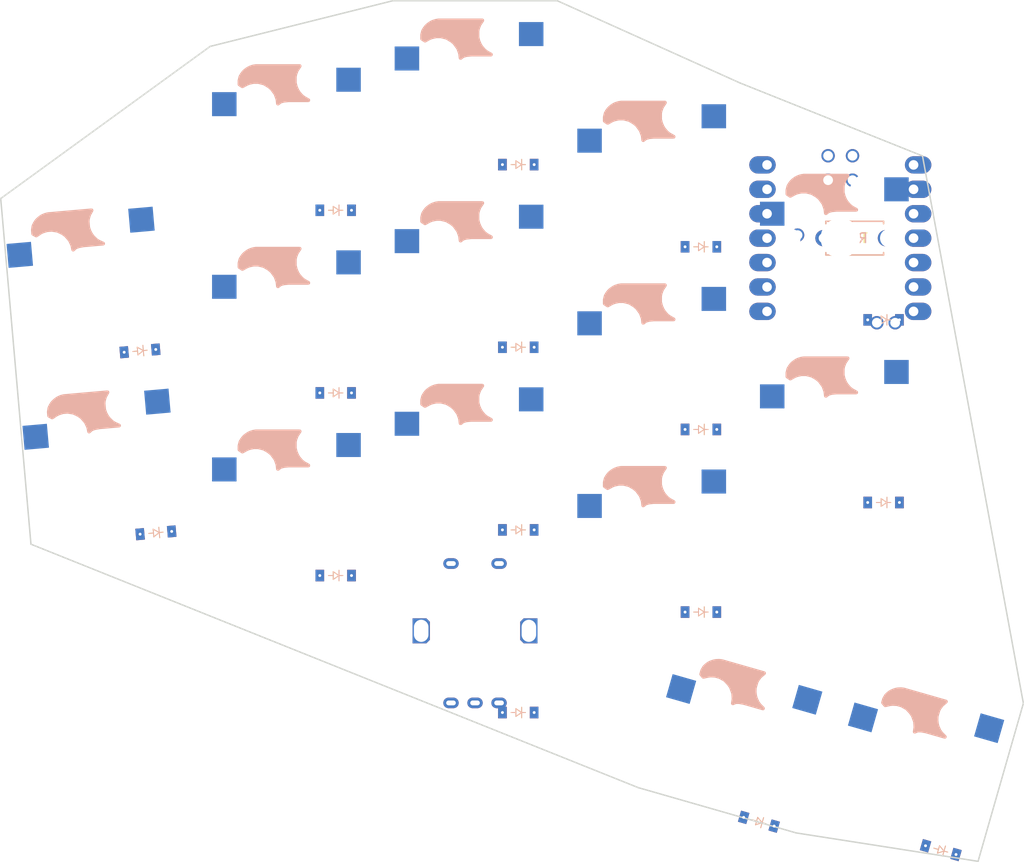
<source format=kicad_pcb>
(kicad_pcb (version 20240108) (generator "ergogen") (generator_version "4.1.0")
  (title_block (title "ravine_v1") (date "2025-08-31") (rev "v1.0.0") (company "zakwaykway"))
  (layers (0 "F.Cu" signal) (31 "B.Cu" signal) (34 "B.Paste" user) (35 "F.Paste" user) (36 "B.SilkS" user "B.Silkscreen") (37 "F.SilkS" user "F.Silkscreen") (38 "B.Mask" user) (39 "F.Mask" user) (44 "Edge.Cuts" user))
  (net 0 "")
  (net 1 "P2")
  (net 2 "pinky_home")
  (net 3 "GND")
  (net 4 "D1")
  (net 5 "D2")
  (net 6 "P3")
  (net 7 "pinky_top")
  (net 8 "P0")
  (net 9 "ring_bottom")
  (net 10 "ring_home")
  (net 11 "ring_top")
  (net 12 "middle_bottom")
  (net 13 "middle_home")
  (net 14 "middle_top")
  (net 15 "index_bottom")
  (net 16 "index_home")
  (net 17 "index_top")
  (net 18 "inner_home")
  (net 19 "inner_top")
  (net 20 "tucky_default")
  (net 21 "reachy_default")
  (net 22 "P4")
  (net 23 "P5")
  (net 24 "P6")
  (net 25 "P7")
  (net 26 "P8")
  (net 27 "P9")
  (net 28 "P1")
  (net 29 "RAW5V")
  (net 30 "RAW3V3")
  (net 31 "P10")
  (net 32 "SWCLK")
  (net 33 "SWDIO")
  (net 34 "RST")
  (net 35 "BAT_POS")
  (net 36 "BAT_NEG")
  (net 37 "NFC0")
  (net 38 "NFC1")
  (footprint "ceoloide:switch_mx" (layer "B.Cu") (at 173.859005 151.423401 5)
    (property "Reference" "S1" hide)
    (pad "" np_thru_hole circle (at 0 0 5) (size 4.1 4.1) (drill 4.1) (layers "*.Cu" "*.Mask"))
    (pad "" np_thru_hole circle (at 5.08 0 5) (size 1.9 1.9) (drill 1.9) (layers "*.Cu" "*.Mask"))
    (pad "" np_thru_hole circle (at -5.08 0 5) (size 1.9 1.9) (drill 1.9) (layers "*.Cu" "*.Mask"))
    (pad "" np_thru_hole circle (at 2.54 -5.08 180) (size 3 3) (drill 3) (layers "F&B.Cu" "*.Mask"))
    (pad "" np_thru_hole circle (at -3.81 -2.54 180) (size 3 3) (drill 3) (layers "F&B.Cu" "*.Mask"))
    (pad "1" smd rect (at -7.085 -2.54 5) (size 2.55 2.5) (layers "B.Cu" "B.Paste" "B.Mask") (net 1 "P2"))
    (pad "2" smd rect (at 5.842 -5.08 5) (size 2.55 2.5) (layers "B.Cu" "B.Paste" "B.Mask") (net 2 "pinky_home"))
  )
  (footprint "ceoloide:switch_mx" (layer "B.Cu") (at 172.2030459 132.4957018 5)
    (property "Reference" "S2" hide)
    (pad "" np_thru_hole circle (at 0 0 5) (size 4.1 4.1) (drill 4.1) (layers "*.Cu" "*.Mask"))
    (pad "" np_thru_hole circle (at 5.08 0 5) (size 1.9 1.9) (drill 1.9) (layers "*.Cu" "*.Mask"))
    (pad "" np_thru_hole circle (at -5.08 0 5) (size 1.9 1.9) (drill 1.9) (layers "*.Cu" "*.Mask"))
    (pad "" np_thru_hole circle (at 2.54 -5.08 180) (size 3 3) (drill 3) (layers "F&B.Cu" "*.Mask"))
    (pad "" np_thru_hole circle (at -3.81 -2.54 180) (size 3 3) (drill 3) (layers "F&B.Cu" "*.Mask"))
    (pad "1" smd rect (at -7.085 -2.54 5) (size 2.55 2.5) (layers "B.Cu" "B.Paste" "B.Mask") (net 6 "P3"))
    (pad "2" smd rect (at 5.842 -5.08 5) (size 2.55 2.5) (layers "B.Cu" "B.Paste" "B.Mask") (net 7 "pinky_top"))
  )
  (footprint "ceoloide:switch_mx" (layer "B.Cu") (at 193.283492 155.4457517 0)
    (property "Reference" "S3" hide)
    (pad "" np_thru_hole circle (at 0 0 0) (size 4.1 4.1) (drill 4.1) (layers "*.Cu" "*.Mask"))
    (pad "" np_thru_hole circle (at 5.08 0 0) (size 1.9 1.9) (drill 1.9) (layers "*.Cu" "*.Mask"))
    (pad "" np_thru_hole circle (at -5.08 0 0) (size 1.9 1.9) (drill 1.9) (layers "*.Cu" "*.Mask"))
    (pad "" np_thru_hole circle (at 2.54 -5.08 180) (size 3 3) (drill 3) (layers "F&B.Cu" "*.Mask"))
    (pad "" np_thru_hole circle (at -3.81 -2.54 180) (size 3 3) (drill 3) (layers "F&B.Cu" "*.Mask"))
    (pad "1" smd rect (at -7.085 -2.54 0) (size 2.55 2.5) (layers "B.Cu" "B.Paste" "B.Mask") (net 8 "P0"))
    (pad "2" smd rect (at 5.842 -5.08 0) (size 2.55 2.5) (layers "B.Cu" "B.Paste" "B.Mask") (net 9 "ring_bottom"))
  )
  (footprint "ceoloide:switch_mx" (layer "B.Cu") (at 193.283492 136.4457517 0)
    (property "Reference" "S4" hide)
    (pad "" np_thru_hole circle (at 0 0 0) (size 4.1 4.1) (drill 4.1) (layers "*.Cu" "*.Mask"))
    (pad "" np_thru_hole circle (at 5.08 0 0) (size 1.9 1.9) (drill 1.9) (layers "*.Cu" "*.Mask"))
    (pad "" np_thru_hole circle (at -5.08 0 0) (size 1.9 1.9) (drill 1.9) (layers "*.Cu" "*.Mask"))
    (pad "" np_thru_hole circle (at 2.54 -5.08 180) (size 3 3) (drill 3) (layers "F&B.Cu" "*.Mask"))
    (pad "" np_thru_hole circle (at -3.81 -2.54 180) (size 3 3) (drill 3) (layers "F&B.Cu" "*.Mask"))
    (pad "1" smd rect (at -7.085 -2.54 0) (size 2.55 2.5) (layers "B.Cu" "B.Paste" "B.Mask") (net 1 "P2"))
    (pad "2" smd rect (at 5.842 -5.08 0) (size 2.55 2.5) (layers "B.Cu" "B.Paste" "B.Mask") (net 10 "ring_home"))
  )
  (footprint "ceoloide:switch_mx" (layer "B.Cu") (at 193.283492 117.4457516 0)
    (property "Reference" "S5" hide)
    (pad "" np_thru_hole circle (at 0 0 0) (size 4.1 4.1) (drill 4.1) (layers "*.Cu" "*.Mask"))
    (pad "" np_thru_hole circle (at 5.08 0 0) (size 1.9 1.9) (drill 1.9) (layers "*.Cu" "*.Mask"))
    (pad "" np_thru_hole circle (at -5.08 0 0) (size 1.9 1.9) (drill 1.9) (layers "*.Cu" "*.Mask"))
    (pad "" np_thru_hole circle (at 2.54 -5.08 180) (size 3 3) (drill 3) (layers "F&B.Cu" "*.Mask"))
    (pad "" np_thru_hole circle (at -3.81 -2.54 180) (size 3 3) (drill 3) (layers "F&B.Cu" "*.Mask"))
    (pad "1" smd rect (at -7.085 -2.54 0) (size 2.55 2.5) (layers "B.Cu" "B.Paste" "B.Mask") (net 6 "P3"))
    (pad "2" smd rect (at 5.842 -5.08 0) (size 2.55 2.5) (layers "B.Cu" "B.Paste" "B.Mask") (net 11 "ring_top"))
  )
  (footprint "ceoloide:switch_mx" (layer "B.Cu") (at 212.2834919 150.6957517 0)
    (property "Reference" "S6" hide)
    (pad "" np_thru_hole circle (at 0 0 0) (size 4.1 4.1) (drill 4.1) (layers "*.Cu" "*.Mask"))
    (pad "" np_thru_hole circle (at 5.08 0 0) (size 1.9 1.9) (drill 1.9) (layers "*.Cu" "*.Mask"))
    (pad "" np_thru_hole circle (at -5.08 0 0) (size 1.9 1.9) (drill 1.9) (layers "*.Cu" "*.Mask"))
    (pad "" np_thru_hole circle (at 2.54 -5.08 180) (size 3 3) (drill 3) (layers "F&B.Cu" "*.Mask"))
    (pad "" np_thru_hole circle (at -3.81 -2.54 180) (size 3 3) (drill 3) (layers "F&B.Cu" "*.Mask"))
    (pad "1" smd rect (at -7.085 -2.54 0) (size 2.55 2.5) (layers "B.Cu" "B.Paste" "B.Mask") (net 8 "P0"))
    (pad "2" smd rect (at 5.842 -5.08 0) (size 2.55 2.5) (layers "B.Cu" "B.Paste" "B.Mask") (net 12 "middle_bottom"))
  )
  (footprint "ceoloide:switch_mx" (layer "B.Cu") (at 212.2834919 131.6957517 0)
    (property "Reference" "S7" hide)
    (pad "" np_thru_hole circle (at 0 0 0) (size 4.1 4.1) (drill 4.1) (layers "*.Cu" "*.Mask"))
    (pad "" np_thru_hole circle (at 5.08 0 0) (size 1.9 1.9) (drill 1.9) (layers "*.Cu" "*.Mask"))
    (pad "" np_thru_hole circle (at -5.08 0 0) (size 1.9 1.9) (drill 1.9) (layers "*.Cu" "*.Mask"))
    (pad "" np_thru_hole circle (at 2.54 -5.08 180) (size 3 3) (drill 3) (layers "F&B.Cu" "*.Mask"))
    (pad "" np_thru_hole circle (at -3.81 -2.54 180) (size 3 3) (drill 3) (layers "F&B.Cu" "*.Mask"))
    (pad "1" smd rect (at -7.085 -2.54 0) (size 2.55 2.5) (layers "B.Cu" "B.Paste" "B.Mask") (net 1 "P2"))
    (pad "2" smd rect (at 5.842 -5.08 0) (size 2.55 2.5) (layers "B.Cu" "B.Paste" "B.Mask") (net 13 "middle_home"))
  )
  (footprint "ceoloide:switch_mx" (layer "B.Cu") (at 212.2834919 112.6957516 0)
    (property "Reference" "S8" hide)
    (pad "" np_thru_hole circle (at 0 0 0) (size 4.1 4.1) (drill 4.1) (layers "*.Cu" "*.Mask"))
    (pad "" np_thru_hole circle (at 5.08 0 0) (size 1.9 1.9) (drill 1.9) (layers "*.Cu" "*.Mask"))
    (pad "" np_thru_hole circle (at -5.08 0 0) (size 1.9 1.9) (drill 1.9) (layers "*.Cu" "*.Mask"))
    (pad "" np_thru_hole circle (at 2.54 -5.08 180) (size 3 3) (drill 3) (layers "F&B.Cu" "*.Mask"))
    (pad "" np_thru_hole circle (at -3.81 -2.54 180) (size 3 3) (drill 3) (layers "F&B.Cu" "*.Mask"))
    (pad "1" smd rect (at -7.085 -2.54 0) (size 2.55 2.5) (layers "B.Cu" "B.Paste" "B.Mask") (net 6 "P3"))
    (pad "2" smd rect (at 5.842 -5.08 0) (size 2.55 2.5) (layers "B.Cu" "B.Paste" "B.Mask") (net 14 "middle_top"))
  )
  (footprint "ceoloide:switch_mx" (layer "B.Cu") (at 231.283492 159.2457517 0)
    (property "Reference" "S9" hide)
    (pad "" np_thru_hole circle (at 0 0 0) (size 4.1 4.1) (drill 4.1) (layers "*.Cu" "*.Mask"))
    (pad "" np_thru_hole circle (at 5.08 0 0) (size 1.9 1.9) (drill 1.9) (layers "*.Cu" "*.Mask"))
    (pad "" np_thru_hole circle (at -5.08 0 0) (size 1.9 1.9) (drill 1.9) (layers "*.Cu" "*.Mask"))
    (pad "" np_thru_hole circle (at 2.54 -5.08 180) (size 3 3) (drill 3) (layers "F&B.Cu" "*.Mask"))
    (pad "" np_thru_hole circle (at -3.81 -2.54 180) (size 3 3) (drill 3) (layers "F&B.Cu" "*.Mask"))
    (pad "1" smd rect (at -7.085 -2.54 0) (size 2.55 2.5) (layers "B.Cu" "B.Paste" "B.Mask") (net 8 "P0"))
    (pad "2" smd rect (at 5.842 -5.08 0) (size 2.55 2.5) (layers "B.Cu" "B.Paste" "B.Mask") (net 15 "index_bottom"))
  )
  (footprint "ceoloide:switch_mx" (layer "B.Cu") (at 231.283492 140.2457517 0)
    (property "Reference" "S10" hide)
    (pad "" np_thru_hole circle (at 0 0 0) (size 4.1 4.1) (drill 4.1) (layers "*.Cu" "*.Mask"))
    (pad "" np_thru_hole circle (at 5.08 0 0) (size 1.9 1.9) (drill 1.9) (layers "*.Cu" "*.Mask"))
    (pad "" np_thru_hole circle (at -5.08 0 0) (size 1.9 1.9) (drill 1.9) (layers "*.Cu" "*.Mask"))
    (pad "" np_thru_hole circle (at 2.54 -5.08 180) (size 3 3) (drill 3) (layers "F&B.Cu" "*.Mask"))
    (pad "" np_thru_hole circle (at -3.81 -2.54 180) (size 3 3) (drill 3) (layers "F&B.Cu" "*.Mask"))
    (pad "1" smd rect (at -7.085 -2.54 0) (size 2.55 2.5) (layers "B.Cu" "B.Paste" "B.Mask") (net 1 "P2"))
    (pad "2" smd rect (at 5.842 -5.08 0) (size 2.55 2.5) (layers "B.Cu" "B.Paste" "B.Mask") (net 16 "index_home"))
  )
  (footprint "ceoloide:switch_mx" (layer "B.Cu") (at 231.283492 121.2457517 0)
    (property "Reference" "S11" hide)
    (pad "" np_thru_hole circle (at 0 0 0) (size 4.1 4.1) (drill 4.1) (layers "*.Cu" "*.Mask"))
    (pad "" np_thru_hole circle (at 5.08 0 0) (size 1.9 1.9) (drill 1.9) (layers "*.Cu" "*.Mask"))
    (pad "" np_thru_hole circle (at -5.08 0 0) (size 1.9 1.9) (drill 1.9) (layers "*.Cu" "*.Mask"))
    (pad "" np_thru_hole circle (at 2.54 -5.08 180) (size 3 3) (drill 3) (layers "F&B.Cu" "*.Mask"))
    (pad "" np_thru_hole circle (at -3.81 -2.54 180) (size 3 3) (drill 3) (layers "F&B.Cu" "*.Mask"))
    (pad "1" smd rect (at -7.085 -2.54 0) (size 2.55 2.5) (layers "B.Cu" "B.Paste" "B.Mask") (net 6 "P3"))
    (pad "2" smd rect (at 5.842 -5.08 0) (size 2.55 2.5) (layers "B.Cu" "B.Paste" "B.Mask") (net 17 "index_top"))
  )
  (footprint "ceoloide:switch_mx" (layer "B.Cu") (at 250.2834919 147.8457517 0)
    (property "Reference" "S12" hide)
    (pad "" np_thru_hole circle (at 0 0 0) (size 4.1 4.1) (drill 4.1) (layers "*.Cu" "*.Mask"))
    (pad "" np_thru_hole circle (at 5.08 0 0) (size 1.9 1.9) (drill 1.9) (layers "*.Cu" "*.Mask"))
    (pad "" np_thru_hole circle (at -5.08 0 0) (size 1.9 1.9) (drill 1.9) (layers "*.Cu" "*.Mask"))
    (pad "" np_thru_hole circle (at 2.54 -5.08 180) (size 3 3) (drill 3) (layers "F&B.Cu" "*.Mask"))
    (pad "" np_thru_hole circle (at -3.81 -2.54 180) (size 3 3) (drill 3) (layers "F&B.Cu" "*.Mask"))
    (pad "1" smd rect (at -7.085 -2.54 0) (size 2.55 2.5) (layers "B.Cu" "B.Paste" "B.Mask") (net 1 "P2"))
    (pad "2" smd rect (at 5.842 -5.08 0) (size 2.55 2.5) (layers "B.Cu" "B.Paste" "B.Mask") (net 18 "inner_home"))
  )
  (footprint "ceoloide:switch_mx" (layer "B.Cu") (at 250.2834919 128.8457516 0)
    (property "Reference" "S13" hide)
    (pad "" np_thru_hole circle (at 0 0 0) (size 4.1 4.1) (drill 4.1) (layers "*.Cu" "*.Mask"))
    (pad "" np_thru_hole circle (at 5.08 0 0) (size 1.9 1.9) (drill 1.9) (layers "*.Cu" "*.Mask"))
    (pad "" np_thru_hole circle (at -5.08 0 0) (size 1.9 1.9) (drill 1.9) (layers "*.Cu" "*.Mask"))
    (pad "" np_thru_hole circle (at 2.54 -5.08 180) (size 3 3) (drill 3) (layers "F&B.Cu" "*.Mask"))
    (pad "" np_thru_hole circle (at -3.81 -2.54 180) (size 3 3) (drill 3) (layers "F&B.Cu" "*.Mask"))
    (pad "1" smd rect (at -7.085 -2.54 0) (size 2.55 2.5) (layers "B.Cu" "B.Paste" "B.Mask") (net 6 "P3"))
    (pad "2" smd rect (at 5.842 -5.08 0) (size 2.55 2.5) (layers "B.Cu" "B.Paste" "B.Mask") (net 19 "inner_top"))
  )
  (footprint "ceoloide:switch_mx" (layer "B.Cu") (at 239.833492 180.1457517 -16)
    (property "Reference" "S14" hide)
    (pad "" np_thru_hole circle (at 0 0 -16) (size 4.1 4.1) (drill 4.1) (layers "*.Cu" "*.Mask"))
    (pad "" np_thru_hole circle (at 5.08 0 -16) (size 1.9 1.9) (drill 1.9) (layers "*.Cu" "*.Mask"))
    (pad "" np_thru_hole circle (at -5.08 0 -16) (size 1.9 1.9) (drill 1.9) (layers "*.Cu" "*.Mask"))
    (pad "" np_thru_hole circle (at 2.54 -5.08 180) (size 3 3) (drill 3) (layers "F&B.Cu" "*.Mask"))
    (pad "" np_thru_hole circle (at -3.81 -2.54 180) (size 3 3) (drill 3) (layers "F&B.Cu" "*.Mask"))
    (pad "1" smd rect (at -7.085 -2.54 -16) (size 2.55 2.5) (layers "B.Cu" "B.Paste" "B.Mask") (net 6 "P3"))
    (pad "2" smd rect (at 5.842 -5.08 -16) (size 2.55 2.5) (layers "B.Cu" "B.Paste" "B.Mask") (net 20 "tucky_default"))
  )
  (footprint "ceoloide:switch_mx" (layer "B.Cu") (at 258.7521029 183.0998649 -16)
    (property "Reference" "S15" hide)
    (pad "" np_thru_hole circle (at 0 0 -16) (size 4.1 4.1) (drill 4.1) (layers "*.Cu" "*.Mask"))
    (pad "" np_thru_hole circle (at 5.08 0 -16) (size 1.9 1.9) (drill 1.9) (layers "*.Cu" "*.Mask"))
    (pad "" np_thru_hole circle (at -5.08 0 -16) (size 1.9 1.9) (drill 1.9) (layers "*.Cu" "*.Mask"))
    (pad "" np_thru_hole circle (at 2.54 -5.08 180) (size 3 3) (drill 3) (layers "F&B.Cu" "*.Mask"))
    (pad "" np_thru_hole circle (at -3.81 -2.54 180) (size 3 3) (drill 3) (layers "F&B.Cu" "*.Mask"))
    (pad "1" smd rect (at -7.085 -2.54 -16) (size 2.55 2.5) (layers "B.Cu" "B.Paste" "B.Mask") (net 6 "P3"))
    (pad "2" smd rect (at 5.842 -5.08 -16) (size 2.55 2.5) (layers "B.Cu" "B.Paste" "B.Mask") (net 21 "reachy_default"))
  )
  (footprint "ceoloide:diode_tht_sod123" (layer "F.Cu") (at 179.082705 159.49885510000001 185)
    (property "Reference" "D1" hide)
    (pad "1" thru_hole rect (at -1.65 0 185) (size 0.9 1.2) (drill 0.3) (layers "*.Cu" "*.Paste" "*.Mask") (net 22 "P4"))
    (pad "2" thru_hole rect (at 1.65 0 185) (size 0.9 1.2) (drill 0.3) (layers "*.Cu" "*.Paste" "*.Mask") (net 2 "pinky_home"))
  )
  (footprint "ceoloide:diode_tht_sod123" (layer "F.Cu") (at 177.42674590000001 140.5711559 185)
    (property "Reference" "D2" hide)
    (pad "1" thru_hole rect (at -1.65 0 185) (size 0.9 1.2) (drill 0.3) (layers "*.Cu" "*.Paste" "*.Mask") (net 22 "P4"))
    (pad "2" thru_hole rect (at 1.65 0 185) (size 0.9 1.2) (drill 0.3) (layers "*.Cu" "*.Paste" "*.Mask") (net 7 "pinky_top"))
  )
  (footprint "ceoloide:diode_tht_sod123" (layer "F.Cu") (at 197.783492 163.9457517 180)
    (property "Reference" "D3" hide)
    (pad "1" thru_hole rect (at -1.65 0 180) (size 0.9 1.2) (drill 0.3) (layers "*.Cu" "*.Paste" "*.Mask") (net 23 "P5"))
    (pad "2" thru_hole rect (at 1.65 0 180) (size 0.9 1.2) (drill 0.3) (layers "*.Cu" "*.Paste" "*.Mask") (net 9 "ring_bottom"))
  )
  (footprint "ceoloide:diode_tht_sod123" (layer "F.Cu") (at 197.783492 144.9457517 180)
    (property "Reference" "D4" hide)
    (pad "1" thru_hole rect (at -1.65 0 180) (size 0.9 1.2) (drill 0.3) (layers "*.Cu" "*.Paste" "*.Mask") (net 23 "P5"))
    (pad "2" thru_hole rect (at 1.65 0 180) (size 0.9 1.2) (drill 0.3) (layers "*.Cu" "*.Paste" "*.Mask") (net 10 "ring_home"))
  )
  (footprint "ceoloide:diode_tht_sod123" (layer "F.Cu") (at 197.783492 125.9457516 180)
    (property "Reference" "D5" hide)
    (pad "1" thru_hole rect (at -1.65 0 180) (size 0.9 1.2) (drill 0.3) (layers "*.Cu" "*.Paste" "*.Mask") (net 23 "P5"))
    (pad "2" thru_hole rect (at 1.65 0 180) (size 0.9 1.2) (drill 0.3) (layers "*.Cu" "*.Paste" "*.Mask") (net 11 "ring_top"))
  )
  (footprint "ceoloide:diode_tht_sod123" (layer "F.Cu") (at 216.7834919 159.1957517 180)
    (property "Reference" "D6" hide)
    (pad "1" thru_hole rect (at -1.65 0 180) (size 0.9 1.2) (drill 0.3) (layers "*.Cu" "*.Paste" "*.Mask") (net 24 "P6"))
    (pad "2" thru_hole rect (at 1.65 0 180) (size 0.9 1.2) (drill 0.3) (layers "*.Cu" "*.Paste" "*.Mask") (net 12 "middle_bottom"))
  )
  (footprint "ceoloide:diode_tht_sod123" (layer "F.Cu") (at 216.7834919 140.1957517 180)
    (property "Reference" "D7" hide)
    (pad "1" thru_hole rect (at -1.65 0 180) (size 0.9 1.2) (drill 0.3) (layers "*.Cu" "*.Paste" "*.Mask") (net 24 "P6"))
    (pad "2" thru_hole rect (at 1.65 0 180) (size 0.9 1.2) (drill 0.3) (layers "*.Cu" "*.Paste" "*.Mask") (net 13 "middle_home"))
  )
  (footprint "ceoloide:diode_tht_sod123" (layer "F.Cu") (at 216.7834919 121.1957516 180)
    (property "Reference" "D8" hide)
    (pad "1" thru_hole rect (at -1.65 0 180) (size 0.9 1.2) (drill 0.3) (layers "*.Cu" "*.Paste" "*.Mask") (net 24 "P6"))
    (pad "2" thru_hole rect (at 1.65 0 180) (size 0.9 1.2) (drill 0.3) (layers "*.Cu" "*.Paste" "*.Mask") (net 14 "middle_top"))
  )
  (footprint "ceoloide:diode_tht_sod123" (layer "F.Cu") (at 235.783492 167.7457517 180)
    (property "Reference" "D9" hide)
    (pad "1" thru_hole rect (at -1.65 0 180) (size 0.9 1.2) (drill 0.3) (layers "*.Cu" "*.Paste" "*.Mask") (net 25 "P7"))
    (pad "2" thru_hole rect (at 1.65 0 180) (size 0.9 1.2) (drill 0.3) (layers "*.Cu" "*.Paste" "*.Mask") (net 15 "index_bottom"))
  )
  (footprint "ceoloide:diode_tht_sod123" (layer "F.Cu") (at 235.783492 148.7457517 180)
    (property "Reference" "D10" hide)
    (pad "1" thru_hole rect (at -1.65 0 180) (size 0.9 1.2) (drill 0.3) (layers "*.Cu" "*.Paste" "*.Mask") (net 25 "P7"))
    (pad "2" thru_hole rect (at 1.65 0 180) (size 0.9 1.2) (drill 0.3) (layers "*.Cu" "*.Paste" "*.Mask") (net 16 "index_home"))
  )
  (footprint "ceoloide:diode_tht_sod123" (layer "F.Cu") (at 235.783492 129.7457517 180)
    (property "Reference" "D11" hide)
    (pad "1" thru_hole rect (at -1.65 0 180) (size 0.9 1.2) (drill 0.3) (layers "*.Cu" "*.Paste" "*.Mask") (net 25 "P7"))
    (pad "2" thru_hole rect (at 1.65 0 180) (size 0.9 1.2) (drill 0.3) (layers "*.Cu" "*.Paste" "*.Mask") (net 17 "index_top"))
  )
  (footprint "ceoloide:diode_tht_sod123" (layer "F.Cu") (at 254.7834919 156.3457517 180)
    (property "Reference" "D12" hide)
    (pad "1" thru_hole rect (at -1.65 0 180) (size 0.9 1.2) (drill 0.3) (layers "*.Cu" "*.Paste" "*.Mask") (net 26 "P8"))
    (pad "2" thru_hole rect (at 1.65 0 180) (size 0.9 1.2) (drill 0.3) (layers "*.Cu" "*.Paste" "*.Mask") (net 18 "inner_home"))
  )
  (footprint "ceoloide:diode_tht_sod123" (layer "F.Cu") (at 254.7834919 137.3457516 180)
    (property "Reference" "D13" hide)
    (pad "1" thru_hole rect (at -1.65 0 180) (size 0.9 1.2) (drill 0.3) (layers "*.Cu" "*.Paste" "*.Mask") (net 26 "P8"))
    (pad "2" thru_hole rect (at 1.65 0 180) (size 0.9 1.2) (drill 0.3) (layers "*.Cu" "*.Paste" "*.Mask") (net 19 "inner_top"))
  )
  (footprint "ceoloide:diode_tht_sod123" (layer "F.Cu") (at 241.8162521 189.5568442 164)
    (property "Reference" "D14" hide)
    (pad "1" thru_hole rect (at -1.65 0 164) (size 0.9 1.2) (drill 0.3) (layers "*.Cu" "*.Paste" "*.Mask") (net 22 "P4"))
    (pad "2" thru_hole rect (at 1.65 0 164) (size 0.9 1.2) (drill 0.3) (layers "*.Cu" "*.Paste" "*.Mask") (net 20 "tucky_default"))
  )
  (footprint "ceoloide:diode_tht_sod123" (layer "F.Cu") (at 260.734863 192.5109574 164)
    (property "Reference" "D15" hide)
    (pad "1" thru_hole rect (at -1.65 0 164) (size 0.9 1.2) (drill 0.3) (layers "*.Cu" "*.Paste" "*.Mask") (net 26 "P8"))
    (pad "2" thru_hole rect (at 1.65 0 164) (size 0.9 1.2) (drill 0.3) (layers "*.Cu" "*.Paste" "*.Mask") (net 21 "reachy_default"))
  )
  (footprint "ceoloide:diode_tht_sod123" (layer "F.Cu") (at 216.7834919 178.1957517 180)
    (property "Reference" "D16" hide)
    (pad "1" thru_hole rect (at -1.65 0 180) (size 0.9 1.2) (drill 0.3) (layers "*.Cu" "*.Paste" "*.Mask") (net 0 ""))
    (pad "2" thru_hole rect (at 1.65 0 180) (size 0.9 1.2) (drill 0.3) (layers "*.Cu" "*.Paste" "*.Mask") (net 20 "tucky_default"))
  )
  (footprint "ceoloide:rotary_encoder_ec11_ec12" (layer "F.Cu") (at 212.2834919 169.6957517 0)
    (property "Reference" "RE1" hide)
    (pad "A" thru_hole oval (at 2.5 7.5 0) (size 1.6 1.1) (drill oval 1 0.5) (layers "*.Cu" "*.Mask") (net 1 "P2"))
    (pad "B" thru_hole oval (at 0 7.5 0) (size 1.6 1.1) (drill oval 1 0.5) (layers "*.Cu" "*.Mask") (net 3 "GND"))
    (pad "C" thru_hole oval (at -2.5 7.5 0) (size 1.6 1.1) (drill oval 1 0.5) (layers "*.Cu" "*.Mask") (net 6 "P3"))
    (pad "S1" thru_hole oval (at -2.5 -7 0) (size 1.6 1.1) (drill oval 1 0.5) (layers "*.Cu" "*.Mask") (net 8 "P0"))
    (pad "S2" thru_hole oval (at 2.5 -7 0) (size 1.6 1.1) (drill oval 1 0.5) (layers "*.Cu" "*.Mask") (net 27 "P9"))
    (pad "" thru_hole roundrect (at -5.6 0 -90) (size 2.5999999999999996 1.8) (drill oval 2.3 1.5) (layers "*.Cu" "*.Mask") (roundrect_rratio 0) (chamfer_ratio 0.2) (chamfer top_right top_left))
    (pad "" thru_hole roundrect (at 5.6 0 -90) (size 2.5999999999999996 1.8) (drill oval 2.3 1.5) (layers "*.Cu" "*.Mask") (roundrect_rratio 0) (chamfer_ratio 0.2) (chamfer bottom_right bottom_left))
  )
  (module frequent:xiao (layer F.Cu) (at 250.2834919 128.8457516 0)
    (fp_text reference "MCU1" hide)
    (fp_text value "xiao-ble" hide)
    (pad "1" thru_hole oval (at -7.62 -7.62 0) (size 2.75 1.8) (drill 1 (offset -0.475 0)) (layers *.Cu *.Mask) (net 8 "P0"))
    (pad "2" thru_hole oval (at -7.62 -5.08 0) (size 2.75 1.8) (drill 1 (offset -0.475 0)) (layers *.Cu *.Mask) (net 28 "P1"))
    (pad "3" thru_hole oval (at -7.62 -2.54 0) (size 2.75 1.8) (drill 1 (offset -0.475 0)) (layers *.Cu *.Mask) (net 1 "P2"))
    (pad "4" thru_hole oval (at -7.62 0 0) (size 2.75 1.8) (drill 1 (offset -0.475 0)) (layers *.Cu *.Mask) (net 6 "P3"))
    (pad "5" thru_hole oval (at -7.62 2.54 0) (size 2.75 1.8) (drill 1 (offset -0.475 0)) (layers *.Cu *.Mask) (net 22 "P4"))
    (pad "6" thru_hole oval (at -7.62 5.08 0) (size 2.75 1.8) (drill 1 (offset -0.475 0)) (layers *.Cu *.Mask) (net 23 "P5"))
    (pad "7" thru_hole oval (at -7.62 7.62 0) (size 2.75 1.8) (drill 1 (offset -0.475 0)) (layers *.Cu *.Mask) (net 24 "P6"))
    (pad "8" thru_hole oval (at 7.62 7.62 180) (size 2.75 1.8) (drill 1 (offset -0.475 0)) (layers *.Cu *.Mask) (net 25 "P7"))
    (pad "9" thru_hole oval (at 7.62 5.08 180) (size 2.75 1.8) (drill 1 (offset -0.475 0)) (layers *.Cu *.Mask) (net 26 "P8"))
    (pad "10" thru_hole oval (at 7.62 2.54 180) (size 2.75 1.8) (drill 1 (offset -0.475 0)) (layers *.Cu *.Mask) (net 27 "P9"))
    (pad "11" thru_hole oval (at 7.62 0 180) (size 2.75 1.8) (drill 1 (offset -0.475 0)) (layers *.Cu *.Mask) (net 31 "P10"))
    (pad "12" thru_hole oval (at 7.62 -2.54 180) (size 2.75 1.8) (drill 1 (offset -0.475 0)) (layers *.Cu *.Mask) (net 30 "RAW3V3"))
    (pad "13" thru_hole oval (at 7.62 -5.08 180) (size 2.75 1.8) (drill 1 (offset -0.475 0)) (layers *.Cu *.Mask) (net 3 "GND"))
    (pad "14" thru_hole oval (at 7.62 -7.62 180) (size 2.75 1.8) (drill 1 (offset -0.475 0)) (layers *.Cu *.Mask) (net 29 "RAW5V"))
    (pad "15" thru_hole circle (at -1.27 -8.572 90) (size 1.397 1.397) (drill 1.016) (layers *.Cu *.Mask) (net 32 "SWCLK"))
    (pad "16" thru_hole circle (at 1.27 -8.572 90) (size 1.397 1.397) (drill 1.016) (layers *.Cu *.Mask) (net 33 "SWDIO"))
    (pad "17" thru_hole circle (at -1.27 -6.032 90) (size 1.397 1.397) (drill 1.016) (layers *.Cu *.Mask) (net 3 "GND"))
    (pad "18" thru_hole circle (at 1.27 -6.032 90) (size 1.397 1.397) (drill 1.016) (layers *.Cu *.Mask) (net 34 "RST"))
    (pad "19" thru_hole circle (at -4.445 -0.317 180) (size 1.397 1.397) (drill 1.016) (layers *.Cu *.Mask) (net 35 "BAT_POS"))
    (pad "20" thru_hole circle (at -4.445 -2.222 180) (size 1.397 1.397) (drill 1.016) (layers *.Cu *.Mask) (net 36 "BAT_NEG"))
    (pad "21" thru_hole circle (at 3.802408 8.801408 270) (size 1.397 1.397) (drill 1.016) (layers *.Cu *.Mask) (net 37 "NFC0"))
    (pad "22" thru_hole circle (at 5.707408 8.801408 270) (size 1.397 1.397) (drill 1.016) (layers *.Cu *.Mask) (net 38 "NFC1"))
  )
  (footprint "ceoloide:reset_switch_tht_top" (layer "F.Cu") (at 251.7834919 128.8457516 0)
    (property "Reference" "RST1" hide)
    (fp_text user "RST" (at 0 0 0) (layer "F.SilkS"))
    (fp_text user "RST" (at 0 0 0) (layer "B.SilkS") (effects (justify mirror)))
    (pad "2" thru_hole circle (at -3.25 0 0) (size 1.7 1.7) (drill 1.0) (layers "*.Cu" "*.Mask") (net 3 "GND"))
    (pad "1" thru_hole circle (at 3.25 0 0) (size 1.7 1.7) (drill 1.0) (layers "*.Cu" "*.Mask") (net 34 "RST"))
  )
  (gr_line (start 229.25800510000002 186.0078398) (end 166.0867219 160.6860473) (layer Edge.Cuts) (stroke (width 0.15)))
  (gr_line (start 166.0867219 160.6860473) (end 162.9403996 124.72341870000001) (layer Edge.Cuts) (stroke (width 0.15)))
  (gr_line (start 162.9403996 124.72341870000001) (end 184.73349199999998 108.8957516) (layer Edge.Cuts) (stroke (width 0.15)))
  (gr_line (start 184.73349199999998 108.8957516) (end 203.7334919 104.1457516) (layer Edge.Cuts) (stroke (width 0.15)))
  (gr_line (start 203.7334919 104.1457516) (end 220.8334919 104.1457516) (layer Edge.Cuts) (stroke (width 0.15)))
  (gr_line (start 220.8334919 104.1457516) (end 239.833492 112.6957517) (layer Edge.Cuts) (stroke (width 0.15)))
  (gr_line (start 239.833492 112.6957517) (end 258.8334919 120.2957516) (layer Edge.Cuts) (stroke (width 0.15)))
  (gr_line (start 258.8334919 120.2957516) (end 269.3275898 177.2377768) (layer Edge.Cuts) (stroke (width 0.15)))
  (gr_line (start 269.3275898 177.2377768) (end 264.614191 193.6753518) (layer Edge.Cuts) (stroke (width 0.15)))
  (gr_line (start 264.614191 193.6753518) (end 245.6955801 190.7212386) (layer Edge.Cuts) (stroke (width 0.15)))
  (gr_line (start 245.6955801 190.7212386) (end 229.25800510000002 186.0078398) (layer Edge.Cuts) (stroke (width 0.15)))
)
</source>
